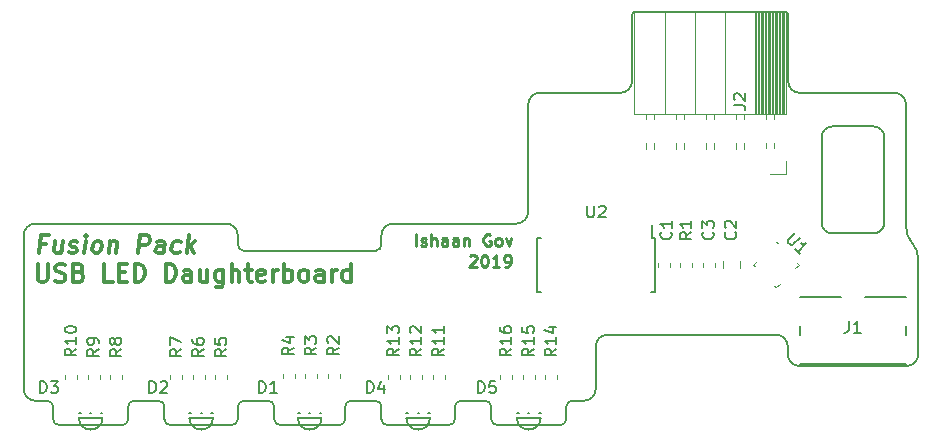
<source format=gbr>
%TF.GenerationSoftware,KiCad,Pcbnew,(5.0.0)*%
%TF.CreationDate,2019-04-02T12:12:56-04:00*%
%TF.ProjectId,Fusion USB Daughter Board,467573696F6E20555342204461756768,rev?*%
%TF.SameCoordinates,Original*%
%TF.FileFunction,Legend,Top*%
%TF.FilePolarity,Positive*%
%FSLAX46Y46*%
G04 Gerber Fmt 4.6, Leading zero omitted, Abs format (unit mm)*
G04 Created by KiCad (PCBNEW (5.0.0)) date 04/02/19 12:12:57*
%MOMM*%
%LPD*%
G01*
G04 APERTURE LIST*
%ADD10C,0.254000*%
%ADD11C,0.300000*%
%ADD12C,0.200000*%
%ADD13C,0.203200*%
%ADD14C,0.120000*%
%ADD15C,0.152400*%
%ADD16C,0.150000*%
G04 APERTURE END LIST*
D10*
X137257138Y-119222619D02*
X137257138Y-118206619D01*
X137692566Y-119174238D02*
X137789328Y-119222619D01*
X137982852Y-119222619D01*
X138079614Y-119174238D01*
X138127995Y-119077476D01*
X138127995Y-119029095D01*
X138079614Y-118932333D01*
X137982852Y-118883952D01*
X137837709Y-118883952D01*
X137740947Y-118835571D01*
X137692566Y-118738809D01*
X137692566Y-118690428D01*
X137740947Y-118593666D01*
X137837709Y-118545285D01*
X137982852Y-118545285D01*
X138079614Y-118593666D01*
X138563423Y-119222619D02*
X138563423Y-118206619D01*
X138998852Y-119222619D02*
X138998852Y-118690428D01*
X138950471Y-118593666D01*
X138853709Y-118545285D01*
X138708566Y-118545285D01*
X138611804Y-118593666D01*
X138563423Y-118642047D01*
X139918090Y-119222619D02*
X139918090Y-118690428D01*
X139869709Y-118593666D01*
X139772947Y-118545285D01*
X139579423Y-118545285D01*
X139482661Y-118593666D01*
X139918090Y-119174238D02*
X139821328Y-119222619D01*
X139579423Y-119222619D01*
X139482661Y-119174238D01*
X139434280Y-119077476D01*
X139434280Y-118980714D01*
X139482661Y-118883952D01*
X139579423Y-118835571D01*
X139821328Y-118835571D01*
X139918090Y-118787190D01*
X140837328Y-119222619D02*
X140837328Y-118690428D01*
X140788947Y-118593666D01*
X140692185Y-118545285D01*
X140498661Y-118545285D01*
X140401900Y-118593666D01*
X140837328Y-119174238D02*
X140740566Y-119222619D01*
X140498661Y-119222619D01*
X140401900Y-119174238D01*
X140353519Y-119077476D01*
X140353519Y-118980714D01*
X140401900Y-118883952D01*
X140498661Y-118835571D01*
X140740566Y-118835571D01*
X140837328Y-118787190D01*
X141321138Y-118545285D02*
X141321138Y-119222619D01*
X141321138Y-118642047D02*
X141369519Y-118593666D01*
X141466280Y-118545285D01*
X141611423Y-118545285D01*
X141708185Y-118593666D01*
X141756566Y-118690428D01*
X141756566Y-119222619D01*
X143546661Y-118255000D02*
X143449900Y-118206619D01*
X143304757Y-118206619D01*
X143159614Y-118255000D01*
X143062852Y-118351761D01*
X143014471Y-118448523D01*
X142966090Y-118642047D01*
X142966090Y-118787190D01*
X143014471Y-118980714D01*
X143062852Y-119077476D01*
X143159614Y-119174238D01*
X143304757Y-119222619D01*
X143401519Y-119222619D01*
X143546661Y-119174238D01*
X143595042Y-119125857D01*
X143595042Y-118787190D01*
X143401519Y-118787190D01*
X144175614Y-119222619D02*
X144078852Y-119174238D01*
X144030471Y-119125857D01*
X143982090Y-119029095D01*
X143982090Y-118738809D01*
X144030471Y-118642047D01*
X144078852Y-118593666D01*
X144175614Y-118545285D01*
X144320757Y-118545285D01*
X144417519Y-118593666D01*
X144465900Y-118642047D01*
X144514280Y-118738809D01*
X144514280Y-119029095D01*
X144465900Y-119125857D01*
X144417519Y-119174238D01*
X144320757Y-119222619D01*
X144175614Y-119222619D01*
X144852947Y-118545285D02*
X145094852Y-119222619D01*
X145336757Y-118545285D01*
X141804947Y-120081380D02*
X141853328Y-120033000D01*
X141950090Y-119984619D01*
X142191995Y-119984619D01*
X142288757Y-120033000D01*
X142337138Y-120081380D01*
X142385519Y-120178142D01*
X142385519Y-120274904D01*
X142337138Y-120420047D01*
X141756566Y-121000619D01*
X142385519Y-121000619D01*
X143014471Y-119984619D02*
X143111233Y-119984619D01*
X143207995Y-120033000D01*
X143256376Y-120081380D01*
X143304757Y-120178142D01*
X143353138Y-120371666D01*
X143353138Y-120613571D01*
X143304757Y-120807095D01*
X143256376Y-120903857D01*
X143207995Y-120952238D01*
X143111233Y-121000619D01*
X143014471Y-121000619D01*
X142917709Y-120952238D01*
X142869328Y-120903857D01*
X142820947Y-120807095D01*
X142772566Y-120613571D01*
X142772566Y-120371666D01*
X142820947Y-120178142D01*
X142869328Y-120081380D01*
X142917709Y-120033000D01*
X143014471Y-119984619D01*
X144320757Y-121000619D02*
X143740185Y-121000619D01*
X144030471Y-121000619D02*
X144030471Y-119984619D01*
X143933709Y-120129761D01*
X143836947Y-120226523D01*
X143740185Y-120274904D01*
X144804566Y-121000619D02*
X144998090Y-121000619D01*
X145094852Y-120952238D01*
X145143233Y-120903857D01*
X145239995Y-120758714D01*
X145288376Y-120565190D01*
X145288376Y-120178142D01*
X145239995Y-120081380D01*
X145191614Y-120033000D01*
X145094852Y-119984619D01*
X144901328Y-119984619D01*
X144804566Y-120033000D01*
X144756185Y-120081380D01*
X144707804Y-120178142D01*
X144707804Y-120420047D01*
X144756185Y-120516809D01*
X144804566Y-120565190D01*
X144901328Y-120613571D01*
X145094852Y-120613571D01*
X145191614Y-120565190D01*
X145239995Y-120516809D01*
X145288376Y-120420047D01*
D11*
X105898428Y-119036857D02*
X105398428Y-119036857D01*
X105300214Y-119822571D02*
X105487714Y-118322571D01*
X106202000Y-118322571D01*
X107353785Y-118822571D02*
X107228785Y-119822571D01*
X106710928Y-118822571D02*
X106612714Y-119608285D01*
X106666285Y-119751142D01*
X106800214Y-119822571D01*
X107014500Y-119822571D01*
X107166285Y-119751142D01*
X107246642Y-119679714D01*
X107880571Y-119751142D02*
X108014500Y-119822571D01*
X108300214Y-119822571D01*
X108452000Y-119751142D01*
X108541285Y-119608285D01*
X108550214Y-119536857D01*
X108496642Y-119394000D01*
X108362714Y-119322571D01*
X108148428Y-119322571D01*
X108014500Y-119251142D01*
X107960928Y-119108285D01*
X107969857Y-119036857D01*
X108059142Y-118894000D01*
X108210928Y-118822571D01*
X108425214Y-118822571D01*
X108559142Y-118894000D01*
X109157357Y-119822571D02*
X109282357Y-118822571D01*
X109344857Y-118322571D02*
X109264500Y-118394000D01*
X109327000Y-118465428D01*
X109407357Y-118394000D01*
X109344857Y-118322571D01*
X109327000Y-118465428D01*
X110085928Y-119822571D02*
X109952000Y-119751142D01*
X109889500Y-119679714D01*
X109835928Y-119536857D01*
X109889500Y-119108285D01*
X109978785Y-118965428D01*
X110059142Y-118894000D01*
X110210928Y-118822571D01*
X110425214Y-118822571D01*
X110559142Y-118894000D01*
X110621642Y-118965428D01*
X110675214Y-119108285D01*
X110621642Y-119536857D01*
X110532357Y-119679714D01*
X110452000Y-119751142D01*
X110300214Y-119822571D01*
X110085928Y-119822571D01*
X111353785Y-118822571D02*
X111228785Y-119822571D01*
X111335928Y-118965428D02*
X111416285Y-118894000D01*
X111568071Y-118822571D01*
X111782357Y-118822571D01*
X111916285Y-118894000D01*
X111969857Y-119036857D01*
X111871642Y-119822571D01*
X113728785Y-119822571D02*
X113916285Y-118322571D01*
X114487714Y-118322571D01*
X114621642Y-118394000D01*
X114684142Y-118465428D01*
X114737714Y-118608285D01*
X114710928Y-118822571D01*
X114621642Y-118965428D01*
X114541285Y-119036857D01*
X114389500Y-119108285D01*
X113818071Y-119108285D01*
X115871642Y-119822571D02*
X115969857Y-119036857D01*
X115916285Y-118894000D01*
X115782357Y-118822571D01*
X115496642Y-118822571D01*
X115344857Y-118894000D01*
X115880571Y-119751142D02*
X115728785Y-119822571D01*
X115371642Y-119822571D01*
X115237714Y-119751142D01*
X115184142Y-119608285D01*
X115202000Y-119465428D01*
X115291285Y-119322571D01*
X115443071Y-119251142D01*
X115800214Y-119251142D01*
X115952000Y-119179714D01*
X117237714Y-119751142D02*
X117085928Y-119822571D01*
X116800214Y-119822571D01*
X116666285Y-119751142D01*
X116603785Y-119679714D01*
X116550214Y-119536857D01*
X116603785Y-119108285D01*
X116693071Y-118965428D01*
X116773428Y-118894000D01*
X116925214Y-118822571D01*
X117210928Y-118822571D01*
X117344857Y-118894000D01*
X117871642Y-119822571D02*
X118059142Y-118322571D01*
X118085928Y-119251142D02*
X118443071Y-119822571D01*
X118568071Y-118822571D02*
X117925214Y-119394000D01*
X105218999Y-120735571D02*
X105218999Y-121949857D01*
X105290428Y-122092714D01*
X105361857Y-122164142D01*
X105504714Y-122235571D01*
X105790428Y-122235571D01*
X105933285Y-122164142D01*
X106004714Y-122092714D01*
X106076142Y-121949857D01*
X106076142Y-120735571D01*
X106718999Y-122164142D02*
X106933285Y-122235571D01*
X107290428Y-122235571D01*
X107433285Y-122164142D01*
X107504714Y-122092714D01*
X107576142Y-121949857D01*
X107576142Y-121807000D01*
X107504714Y-121664142D01*
X107433285Y-121592714D01*
X107290428Y-121521285D01*
X107004714Y-121449857D01*
X106861857Y-121378428D01*
X106790428Y-121307000D01*
X106718999Y-121164142D01*
X106718999Y-121021285D01*
X106790428Y-120878428D01*
X106861857Y-120807000D01*
X107004714Y-120735571D01*
X107361857Y-120735571D01*
X107576142Y-120807000D01*
X108718999Y-121449857D02*
X108933285Y-121521285D01*
X109004714Y-121592714D01*
X109076142Y-121735571D01*
X109076142Y-121949857D01*
X109004714Y-122092714D01*
X108933285Y-122164142D01*
X108790428Y-122235571D01*
X108218999Y-122235571D01*
X108218999Y-120735571D01*
X108718999Y-120735571D01*
X108861857Y-120807000D01*
X108933285Y-120878428D01*
X109004714Y-121021285D01*
X109004714Y-121164142D01*
X108933285Y-121307000D01*
X108861857Y-121378428D01*
X108718999Y-121449857D01*
X108218999Y-121449857D01*
X111576142Y-122235571D02*
X110861857Y-122235571D01*
X110861857Y-120735571D01*
X112076142Y-121449857D02*
X112576142Y-121449857D01*
X112790428Y-122235571D02*
X112076142Y-122235571D01*
X112076142Y-120735571D01*
X112790428Y-120735571D01*
X113433285Y-122235571D02*
X113433285Y-120735571D01*
X113790428Y-120735571D01*
X114004714Y-120807000D01*
X114147571Y-120949857D01*
X114218999Y-121092714D01*
X114290428Y-121378428D01*
X114290428Y-121592714D01*
X114218999Y-121878428D01*
X114147571Y-122021285D01*
X114004714Y-122164142D01*
X113790428Y-122235571D01*
X113433285Y-122235571D01*
X116076142Y-122235571D02*
X116076142Y-120735571D01*
X116433285Y-120735571D01*
X116647571Y-120807000D01*
X116790428Y-120949857D01*
X116861857Y-121092714D01*
X116933285Y-121378428D01*
X116933285Y-121592714D01*
X116861857Y-121878428D01*
X116790428Y-122021285D01*
X116647571Y-122164142D01*
X116433285Y-122235571D01*
X116076142Y-122235571D01*
X118218999Y-122235571D02*
X118218999Y-121449857D01*
X118147571Y-121307000D01*
X118004714Y-121235571D01*
X117718999Y-121235571D01*
X117576142Y-121307000D01*
X118218999Y-122164142D02*
X118076142Y-122235571D01*
X117718999Y-122235571D01*
X117576142Y-122164142D01*
X117504714Y-122021285D01*
X117504714Y-121878428D01*
X117576142Y-121735571D01*
X117718999Y-121664142D01*
X118076142Y-121664142D01*
X118218999Y-121592714D01*
X119576142Y-121235571D02*
X119576142Y-122235571D01*
X118933285Y-121235571D02*
X118933285Y-122021285D01*
X119004714Y-122164142D01*
X119147571Y-122235571D01*
X119361857Y-122235571D01*
X119504714Y-122164142D01*
X119576142Y-122092714D01*
X120933285Y-121235571D02*
X120933285Y-122449857D01*
X120861857Y-122592714D01*
X120790428Y-122664142D01*
X120647571Y-122735571D01*
X120433285Y-122735571D01*
X120290428Y-122664142D01*
X120933285Y-122164142D02*
X120790428Y-122235571D01*
X120504714Y-122235571D01*
X120361857Y-122164142D01*
X120290428Y-122092714D01*
X120218999Y-121949857D01*
X120218999Y-121521285D01*
X120290428Y-121378428D01*
X120361857Y-121307000D01*
X120504714Y-121235571D01*
X120790428Y-121235571D01*
X120933285Y-121307000D01*
X121647571Y-122235571D02*
X121647571Y-120735571D01*
X122290428Y-122235571D02*
X122290428Y-121449857D01*
X122218999Y-121307000D01*
X122076142Y-121235571D01*
X121861857Y-121235571D01*
X121718999Y-121307000D01*
X121647571Y-121378428D01*
X122790428Y-121235571D02*
X123361857Y-121235571D01*
X123004714Y-120735571D02*
X123004714Y-122021285D01*
X123076142Y-122164142D01*
X123218999Y-122235571D01*
X123361857Y-122235571D01*
X124433285Y-122164142D02*
X124290428Y-122235571D01*
X124004714Y-122235571D01*
X123861857Y-122164142D01*
X123790428Y-122021285D01*
X123790428Y-121449857D01*
X123861857Y-121307000D01*
X124004714Y-121235571D01*
X124290428Y-121235571D01*
X124433285Y-121307000D01*
X124504714Y-121449857D01*
X124504714Y-121592714D01*
X123790428Y-121735571D01*
X125147571Y-122235571D02*
X125147571Y-121235571D01*
X125147571Y-121521285D02*
X125218999Y-121378428D01*
X125290428Y-121307000D01*
X125433285Y-121235571D01*
X125576142Y-121235571D01*
X126076142Y-122235571D02*
X126076142Y-120735571D01*
X126076142Y-121307000D02*
X126218999Y-121235571D01*
X126504714Y-121235571D01*
X126647571Y-121307000D01*
X126718999Y-121378428D01*
X126790428Y-121521285D01*
X126790428Y-121949857D01*
X126718999Y-122092714D01*
X126647571Y-122164142D01*
X126504714Y-122235571D01*
X126218999Y-122235571D01*
X126076142Y-122164142D01*
X127647571Y-122235571D02*
X127504714Y-122164142D01*
X127433285Y-122092714D01*
X127361857Y-121949857D01*
X127361857Y-121521285D01*
X127433285Y-121378428D01*
X127504714Y-121307000D01*
X127647571Y-121235571D01*
X127861857Y-121235571D01*
X128004714Y-121307000D01*
X128076142Y-121378428D01*
X128147571Y-121521285D01*
X128147571Y-121949857D01*
X128076142Y-122092714D01*
X128004714Y-122164142D01*
X127861857Y-122235571D01*
X127647571Y-122235571D01*
X129433285Y-122235571D02*
X129433285Y-121449857D01*
X129361857Y-121307000D01*
X129219000Y-121235571D01*
X128933285Y-121235571D01*
X128790428Y-121307000D01*
X129433285Y-122164142D02*
X129290428Y-122235571D01*
X128933285Y-122235571D01*
X128790428Y-122164142D01*
X128719000Y-122021285D01*
X128719000Y-121878428D01*
X128790428Y-121735571D01*
X128933285Y-121664142D01*
X129290428Y-121664142D01*
X129433285Y-121592714D01*
X130147571Y-122235571D02*
X130147571Y-121235571D01*
X130147571Y-121521285D02*
X130219000Y-121378428D01*
X130290428Y-121307000D01*
X130433285Y-121235571D01*
X130576142Y-121235571D01*
X131719000Y-122235571D02*
X131719000Y-120735571D01*
X131719000Y-122164142D02*
X131576142Y-122235571D01*
X131290428Y-122235571D01*
X131147571Y-122164142D01*
X131076142Y-122092714D01*
X131004714Y-121949857D01*
X131004714Y-121521285D01*
X131076142Y-121378428D01*
X131147571Y-121307000D01*
X131290428Y-121235571D01*
X131576142Y-121235571D01*
X131719000Y-121307000D01*
D12*
X176900000Y-117250000D02*
G75*
G02X176000000Y-118150000I-900000J0D01*
G01*
X176900000Y-110000000D02*
X176900000Y-117250000D01*
X140544594Y-133887594D02*
X140544594Y-132824523D01*
X149969740Y-132824523D02*
G75*
G02X150469740Y-132324523I500000J0D01*
G01*
X144118853Y-134387594D02*
X149469740Y-134387594D01*
X144118853Y-134387594D02*
G75*
G02X143618853Y-133887594I0J500000D01*
G01*
X141044594Y-132324523D02*
X143118853Y-132324523D01*
X149969740Y-133887594D02*
X149969740Y-132824523D01*
X149969740Y-133887594D02*
G75*
G02X149469740Y-134387594I-500000J0D01*
G01*
X143618853Y-132824523D02*
X143618853Y-133887594D01*
X150469740Y-132324523D02*
X151469740Y-132324523D01*
X140544594Y-132824523D02*
G75*
G02X141044594Y-132324523I500000J0D01*
G01*
X143118853Y-132324523D02*
G75*
G02X143618853Y-132824523I0J-500000D01*
G01*
X152469740Y-127732704D02*
G75*
G02X153469740Y-126732704I1000000J0D01*
G01*
X168725000Y-127732704D02*
X168725000Y-128387594D01*
X167725000Y-126732704D02*
G75*
G02X168725000Y-127732704I0J-1000000D01*
G01*
X152469740Y-131324523D02*
G75*
G02X151469740Y-132324523I-1000000J0D01*
G01*
X179262500Y-118976457D02*
G75*
G02X179775000Y-120313373I-1487500J-1336916D01*
G01*
X179775000Y-128387594D02*
G75*
G02X178775000Y-129387594I-1000000J0D01*
G01*
X152469740Y-131324523D02*
X152469740Y-127732704D01*
X169725000Y-129387594D02*
X178775000Y-129387594D01*
X169725000Y-129387594D02*
G75*
G02X168725000Y-128387594I0J1000000D01*
G01*
X179775000Y-128387594D02*
X179775000Y-120313373D01*
X153469740Y-126732704D02*
X167725000Y-126732704D01*
X106030260Y-132324523D02*
G75*
G02X106530260Y-132824523I0J-500000D01*
G01*
X107030260Y-134387594D02*
G75*
G02X106530260Y-133887594I0J500000D01*
G01*
X106530260Y-132824523D02*
X106530260Y-133887594D01*
X105030260Y-132324523D02*
G75*
G02X104030260Y-131324523I0J1000000D01*
G01*
X104030260Y-118324523D02*
X104030260Y-131324523D01*
X104030260Y-118324523D02*
G75*
G02X105030260Y-117324523I1000000J0D01*
G01*
X112881146Y-132824523D02*
G75*
G02X113381146Y-132324523I500000J0D01*
G01*
X112881146Y-133887594D02*
X112881146Y-132824523D01*
X112881146Y-133887594D02*
G75*
G02X112381146Y-134387594I-500000J0D01*
G01*
X107030260Y-134387594D02*
X112381146Y-134387594D01*
X105030260Y-132324523D02*
X106030260Y-132324523D01*
X134329698Y-132824523D02*
X134329698Y-133887594D01*
X131252713Y-133887594D02*
G75*
G02X130752713Y-134387594I-500000J0D01*
G01*
X125747287Y-134387594D02*
X130752713Y-134387594D01*
X125747287Y-134387594D02*
G75*
G02X125247287Y-133887594I0J500000D01*
G01*
X140544594Y-133887594D02*
G75*
G02X140044594Y-134387594I-500000J0D01*
G01*
X133829698Y-132324523D02*
G75*
G02X134329698Y-132824523I0J-500000D01*
G01*
X134829698Y-134387594D02*
X140044594Y-134387594D01*
X134829698Y-134387594D02*
G75*
G02X134329698Y-133887594I0J500000D01*
G01*
X131252713Y-133887594D02*
X131252713Y-132824523D01*
X131752713Y-132324523D02*
X133829698Y-132324523D01*
X131252713Y-132824523D02*
G75*
G02X131752713Y-132324523I500000J0D01*
G01*
X168750000Y-105250000D02*
X168750000Y-99635787D01*
X177750000Y-106250000D02*
X169750000Y-106250000D01*
X178750000Y-117639541D02*
X178750000Y-107250000D01*
X177750000Y-106250000D02*
G75*
G02X178750000Y-107250000I0J-1000000D01*
G01*
X179262500Y-118976457D02*
G75*
G02X178750000Y-117639541I1487500J1336916D01*
G01*
X169750000Y-106250000D02*
G75*
G02X168750000Y-105250000I0J1000000D01*
G01*
X134329698Y-118324523D02*
G75*
G02X135329698Y-117324523I1000000J0D01*
G01*
X146750000Y-116324523D02*
G75*
G02X145750000Y-117324523I-1000000J0D01*
G01*
X146750000Y-107250000D02*
X146750000Y-116324523D01*
X155550000Y-105250000D02*
G75*
G02X154550000Y-106250000I-1000000J0D01*
G01*
X168500000Y-99385787D02*
X155800000Y-99385787D01*
X171600000Y-117250000D02*
X171600000Y-110000000D01*
X155550000Y-99635787D02*
X155550000Y-105250000D01*
X155550000Y-99635787D02*
G75*
G02X155800000Y-99385787I250000J0D01*
G01*
X172500000Y-109100000D02*
X176000000Y-109100000D01*
X171600000Y-110000000D02*
G75*
G02X172500000Y-109100000I900000J0D01*
G01*
X172500000Y-118150000D02*
G75*
G02X171600000Y-117250000I0J900000D01*
G01*
X146750000Y-107250000D02*
G75*
G02X147750000Y-106250000I1000000J0D01*
G01*
X134329698Y-119120333D02*
G75*
G02X133829698Y-119620333I-500000J0D01*
G01*
X122170301Y-119120333D02*
X122170301Y-118324523D01*
X145750000Y-117324523D02*
X135329698Y-117324523D01*
X134329698Y-118324523D02*
X134329698Y-119120333D01*
X168500000Y-99385787D02*
G75*
G02X168750000Y-99635787I0J-250000D01*
G01*
X176000000Y-118150000D02*
X172500000Y-118150000D01*
X154550000Y-106250000D02*
X147750000Y-106250000D01*
X121170301Y-117324523D02*
X105030260Y-117324523D01*
X121170301Y-117324523D02*
G75*
G02X122170301Y-118324523I0J-1000000D01*
G01*
X122670301Y-119620333D02*
G75*
G02X122170301Y-119120333I0J500000D01*
G01*
X133829698Y-119620333D02*
X122670301Y-119620333D01*
X113381146Y-132324523D02*
X115455406Y-132324523D01*
X124747287Y-132324523D02*
G75*
G02X125247287Y-132824523I0J-500000D01*
G01*
X122670301Y-132324523D02*
X124747287Y-132324523D01*
X122170301Y-133887594D02*
G75*
G02X121670301Y-134387594I-500000J0D01*
G01*
X115955406Y-132824523D02*
X115955406Y-133887594D01*
X116455406Y-134387594D02*
X121670301Y-134387594D01*
X125247287Y-132824523D02*
X125247287Y-133887594D01*
X122170301Y-132824523D02*
G75*
G02X122670301Y-132324523I500000J0D01*
G01*
X122170301Y-133887594D02*
X122170301Y-132824523D01*
X116455406Y-134387594D02*
G75*
G02X115955406Y-133887594I0J500000D01*
G01*
X115455406Y-132324523D02*
G75*
G02X115955406Y-132824523I0J-500000D01*
G01*
X176000000Y-109100000D02*
G75*
G02X176900000Y-110000000I0J-900000D01*
G01*
D13*
X178750000Y-129250000D02*
X169750000Y-129250000D01*
X178750000Y-126750000D02*
X178750000Y-126000000D01*
X169750000Y-126750000D02*
X169750000Y-126000000D01*
X169750000Y-123500000D02*
X173250000Y-123500000D01*
X175250000Y-123500000D02*
X178750000Y-123500000D01*
D14*
X158730000Y-120966267D02*
X158730000Y-120623733D01*
X157710000Y-120966267D02*
X157710000Y-120623733D01*
X164645000Y-121056252D02*
X164645000Y-120533748D01*
X163225000Y-121056252D02*
X163225000Y-120533748D01*
X162540000Y-120966267D02*
X162540000Y-120623733D01*
X161520000Y-120966267D02*
X161520000Y-120623733D01*
D15*
X129250000Y-133767000D02*
G75*
G02X127250000Y-133767000I-1000000J0D01*
G01*
X129250000Y-133767000D02*
X127250000Y-133767000D01*
X129100000Y-133367000D02*
X129250000Y-133367000D01*
X128200000Y-133367000D02*
X128300000Y-133367000D01*
X127250000Y-133367000D02*
X127400000Y-133367000D01*
X120063000Y-133767000D02*
G75*
G02X118063000Y-133767000I-1000000J0D01*
G01*
X120063000Y-133767000D02*
X118063000Y-133767000D01*
X119913000Y-133367000D02*
X120063000Y-133367000D01*
X119013000Y-133367000D02*
X119113000Y-133367000D01*
X118063000Y-133367000D02*
X118213000Y-133367000D01*
X110706000Y-133767000D02*
G75*
G02X108706000Y-133767000I-1000000J0D01*
G01*
X110706000Y-133767000D02*
X108706000Y-133767000D01*
X110556000Y-133367000D02*
X110706000Y-133367000D01*
X109656000Y-133367000D02*
X109756000Y-133367000D01*
X108706000Y-133367000D02*
X108856000Y-133367000D01*
X138437000Y-133767000D02*
G75*
G02X136437000Y-133767000I-1000000J0D01*
G01*
X138437000Y-133767000D02*
X136437000Y-133767000D01*
X138287000Y-133367000D02*
X138437000Y-133367000D01*
X137387000Y-133367000D02*
X137487000Y-133367000D01*
X136437000Y-133367000D02*
X136587000Y-133367000D01*
X147794000Y-133767000D02*
G75*
G02X145794000Y-133767000I-1000000J0D01*
G01*
X147794000Y-133767000D02*
X145794000Y-133767000D01*
X147644000Y-133367000D02*
X147794000Y-133367000D01*
X146744000Y-133367000D02*
X146844000Y-133367000D01*
X145794000Y-133367000D02*
X145944000Y-133367000D01*
D14*
X168560000Y-112033000D02*
X168560000Y-113143000D01*
X168560000Y-113143000D02*
X167230000Y-113143000D01*
X168560000Y-99403000D02*
X155740000Y-99403000D01*
X155740000Y-99403000D02*
X155740000Y-108033000D01*
X168560000Y-108033000D02*
X155740000Y-108033000D01*
X168560000Y-99403000D02*
X168560000Y-108033000D01*
X158340000Y-99403000D02*
X158340000Y-108033000D01*
X160880000Y-99403000D02*
X160880000Y-108033000D01*
X163420000Y-99403000D02*
X163420000Y-108033000D01*
X165960000Y-99403000D02*
X165960000Y-108033000D01*
X156710000Y-110543000D02*
X156710000Y-110983000D01*
X156710000Y-108033000D02*
X156710000Y-108443000D01*
X157430000Y-110543000D02*
X157430000Y-110983000D01*
X157430000Y-108033000D02*
X157430000Y-108443000D01*
X159250000Y-110543000D02*
X159250000Y-110983000D01*
X159250000Y-108033000D02*
X159250000Y-108443000D01*
X159970000Y-110543000D02*
X159970000Y-110983000D01*
X159970000Y-108033000D02*
X159970000Y-108443000D01*
X161790000Y-110543000D02*
X161790000Y-110983000D01*
X161790000Y-108033000D02*
X161790000Y-108443000D01*
X162510000Y-110543000D02*
X162510000Y-110983000D01*
X162510000Y-108033000D02*
X162510000Y-108443000D01*
X164330000Y-110543000D02*
X164330000Y-110983000D01*
X164330000Y-108033000D02*
X164330000Y-108443000D01*
X165050000Y-110543000D02*
X165050000Y-110983000D01*
X165050000Y-108033000D02*
X165050000Y-108443000D01*
X166870000Y-110543000D02*
X166870000Y-110923000D01*
X166870000Y-108033000D02*
X166870000Y-108443000D01*
X167590000Y-110543000D02*
X167590000Y-110923000D01*
X167590000Y-108033000D02*
X167590000Y-108443000D01*
X166078100Y-99403000D02*
X166078100Y-108033000D01*
X166196195Y-99403000D02*
X166196195Y-108033000D01*
X166314290Y-99403000D02*
X166314290Y-108033000D01*
X166432385Y-99403000D02*
X166432385Y-108033000D01*
X166550480Y-99403000D02*
X166550480Y-108033000D01*
X166668575Y-99403000D02*
X166668575Y-108033000D01*
X166786670Y-99403000D02*
X166786670Y-108033000D01*
X166904765Y-99403000D02*
X166904765Y-108033000D01*
X167022860Y-99403000D02*
X167022860Y-108033000D01*
X167140955Y-99403000D02*
X167140955Y-108033000D01*
X167259050Y-99403000D02*
X167259050Y-108033000D01*
X167377145Y-99403000D02*
X167377145Y-108033000D01*
X167495240Y-99403000D02*
X167495240Y-108033000D01*
X167613335Y-99403000D02*
X167613335Y-108033000D01*
X167731430Y-99403000D02*
X167731430Y-108033000D01*
X167849525Y-99403000D02*
X167849525Y-108033000D01*
X167967620Y-99403000D02*
X167967620Y-108033000D01*
X168085715Y-99403000D02*
X168085715Y-108033000D01*
X168203810Y-99403000D02*
X168203810Y-108033000D01*
X168321905Y-99403000D02*
X168321905Y-108033000D01*
X168440000Y-99403000D02*
X168440000Y-108033000D01*
X159615000Y-120623733D02*
X159615000Y-120966267D01*
X160635000Y-120623733D02*
X160635000Y-120966267D01*
X130790000Y-130421267D02*
X130790000Y-130078733D01*
X129770000Y-130421267D02*
X129770000Y-130078733D01*
X128885000Y-130421267D02*
X128885000Y-130078733D01*
X127865000Y-130421267D02*
X127865000Y-130078733D01*
X126980000Y-130421267D02*
X126980000Y-130078733D01*
X125960000Y-130421267D02*
X125960000Y-130078733D01*
X121265000Y-130491267D02*
X121265000Y-130148733D01*
X120245000Y-130491267D02*
X120245000Y-130148733D01*
X119360000Y-130491267D02*
X119360000Y-130148733D01*
X118340000Y-130491267D02*
X118340000Y-130148733D01*
X117455000Y-130491267D02*
X117455000Y-130148733D01*
X116435000Y-130491267D02*
X116435000Y-130148733D01*
X112375000Y-130491267D02*
X112375000Y-130148733D01*
X111355000Y-130491267D02*
X111355000Y-130148733D01*
X110470000Y-130491267D02*
X110470000Y-130148733D01*
X109450000Y-130491267D02*
X109450000Y-130148733D01*
X108565000Y-130491267D02*
X108565000Y-130148733D01*
X107545000Y-130491267D02*
X107545000Y-130148733D01*
X139680000Y-130491267D02*
X139680000Y-130148733D01*
X138660000Y-130491267D02*
X138660000Y-130148733D01*
X137775000Y-130491267D02*
X137775000Y-130148733D01*
X136755000Y-130491267D02*
X136755000Y-130148733D01*
X135870000Y-130491267D02*
X135870000Y-130148733D01*
X134850000Y-130491267D02*
X134850000Y-130148733D01*
X149205000Y-130491267D02*
X149205000Y-130148733D01*
X148185000Y-130491267D02*
X148185000Y-130148733D01*
X147300000Y-130491267D02*
X147300000Y-130148733D01*
X146280000Y-130491267D02*
X146280000Y-130148733D01*
X145395000Y-130491267D02*
X145395000Y-130148733D01*
X144375000Y-130491267D02*
X144375000Y-130148733D01*
X169682473Y-120795000D02*
X169357203Y-121120269D01*
X169533980Y-120646508D02*
X169682473Y-120795000D01*
X165956020Y-120943492D02*
X165807527Y-120795000D01*
X165807527Y-120795000D02*
X166132797Y-120469731D01*
X167745000Y-122732473D02*
X168070269Y-122407203D01*
X167596508Y-122583980D02*
X167745000Y-122732473D01*
X167893492Y-119006020D02*
X167745000Y-118857527D01*
D16*
X157255000Y-118505000D02*
X157255000Y-117430000D01*
X147530000Y-118505000D02*
X147530000Y-123155000D01*
X157480000Y-118505000D02*
X157480000Y-123155000D01*
X147530000Y-118505000D02*
X147855000Y-118505000D01*
X147530000Y-123155000D02*
X147855000Y-123155000D01*
X157480000Y-123155000D02*
X157155000Y-123155000D01*
X157480000Y-118505000D02*
X157255000Y-118505000D01*
X173888666Y-125581380D02*
X173888666Y-126295666D01*
X173841047Y-126438523D01*
X173745809Y-126533761D01*
X173602952Y-126581380D01*
X173507714Y-126581380D01*
X174888666Y-126581380D02*
X174317238Y-126581380D01*
X174602952Y-126581380D02*
X174602952Y-125581380D01*
X174507714Y-125724238D01*
X174412476Y-125819476D01*
X174317238Y-125867095D01*
X158831142Y-118040666D02*
X158878761Y-118088285D01*
X158926380Y-118231142D01*
X158926380Y-118326380D01*
X158878761Y-118469238D01*
X158783523Y-118564476D01*
X158688285Y-118612095D01*
X158497809Y-118659714D01*
X158354952Y-118659714D01*
X158164476Y-118612095D01*
X158069238Y-118564476D01*
X157974000Y-118469238D01*
X157926380Y-118326380D01*
X157926380Y-118231142D01*
X157974000Y-118088285D01*
X158021619Y-118040666D01*
X158926380Y-117088285D02*
X158926380Y-117659714D01*
X158926380Y-117374000D02*
X157926380Y-117374000D01*
X158069238Y-117469238D01*
X158164476Y-117564476D01*
X158212095Y-117659714D01*
X164292142Y-118040666D02*
X164339761Y-118088285D01*
X164387380Y-118231142D01*
X164387380Y-118326380D01*
X164339761Y-118469238D01*
X164244523Y-118564476D01*
X164149285Y-118612095D01*
X163958809Y-118659714D01*
X163815952Y-118659714D01*
X163625476Y-118612095D01*
X163530238Y-118564476D01*
X163435000Y-118469238D01*
X163387380Y-118326380D01*
X163387380Y-118231142D01*
X163435000Y-118088285D01*
X163482619Y-118040666D01*
X163482619Y-117659714D02*
X163435000Y-117612095D01*
X163387380Y-117516857D01*
X163387380Y-117278761D01*
X163435000Y-117183523D01*
X163482619Y-117135904D01*
X163577857Y-117088285D01*
X163673095Y-117088285D01*
X163815952Y-117135904D01*
X164387380Y-117707333D01*
X164387380Y-117088285D01*
X162387142Y-118040666D02*
X162434761Y-118088285D01*
X162482380Y-118231142D01*
X162482380Y-118326380D01*
X162434761Y-118469238D01*
X162339523Y-118564476D01*
X162244285Y-118612095D01*
X162053809Y-118659714D01*
X161910952Y-118659714D01*
X161720476Y-118612095D01*
X161625238Y-118564476D01*
X161530000Y-118469238D01*
X161482380Y-118326380D01*
X161482380Y-118231142D01*
X161530000Y-118088285D01*
X161577619Y-118040666D01*
X161482380Y-117707333D02*
X161482380Y-117088285D01*
X161863333Y-117421619D01*
X161863333Y-117278761D01*
X161910952Y-117183523D01*
X161958571Y-117135904D01*
X162053809Y-117088285D01*
X162291904Y-117088285D01*
X162387142Y-117135904D01*
X162434761Y-117183523D01*
X162482380Y-117278761D01*
X162482380Y-117564476D01*
X162434761Y-117659714D01*
X162387142Y-117707333D01*
X123953904Y-131661380D02*
X123953904Y-130661380D01*
X124192000Y-130661380D01*
X124334857Y-130709000D01*
X124430095Y-130804238D01*
X124477714Y-130899476D01*
X124525333Y-131089952D01*
X124525333Y-131232809D01*
X124477714Y-131423285D01*
X124430095Y-131518523D01*
X124334857Y-131613761D01*
X124192000Y-131661380D01*
X123953904Y-131661380D01*
X125477714Y-131661380D02*
X124906285Y-131661380D01*
X125192000Y-131661380D02*
X125192000Y-130661380D01*
X125096761Y-130804238D01*
X125001523Y-130899476D01*
X124906285Y-130947095D01*
X114682904Y-131661380D02*
X114682904Y-130661380D01*
X114921000Y-130661380D01*
X115063857Y-130709000D01*
X115159095Y-130804238D01*
X115206714Y-130899476D01*
X115254333Y-131089952D01*
X115254333Y-131232809D01*
X115206714Y-131423285D01*
X115159095Y-131518523D01*
X115063857Y-131613761D01*
X114921000Y-131661380D01*
X114682904Y-131661380D01*
X115635285Y-130756619D02*
X115682904Y-130709000D01*
X115778142Y-130661380D01*
X116016238Y-130661380D01*
X116111476Y-130709000D01*
X116159095Y-130756619D01*
X116206714Y-130851857D01*
X116206714Y-130947095D01*
X116159095Y-131089952D01*
X115587666Y-131661380D01*
X116206714Y-131661380D01*
X105411904Y-131661380D02*
X105411904Y-130661380D01*
X105650000Y-130661380D01*
X105792857Y-130709000D01*
X105888095Y-130804238D01*
X105935714Y-130899476D01*
X105983333Y-131089952D01*
X105983333Y-131232809D01*
X105935714Y-131423285D01*
X105888095Y-131518523D01*
X105792857Y-131613761D01*
X105650000Y-131661380D01*
X105411904Y-131661380D01*
X106316666Y-130661380D02*
X106935714Y-130661380D01*
X106602380Y-131042333D01*
X106745238Y-131042333D01*
X106840476Y-131089952D01*
X106888095Y-131137571D01*
X106935714Y-131232809D01*
X106935714Y-131470904D01*
X106888095Y-131566142D01*
X106840476Y-131613761D01*
X106745238Y-131661380D01*
X106459523Y-131661380D01*
X106364285Y-131613761D01*
X106316666Y-131566142D01*
X133097904Y-131661380D02*
X133097904Y-130661380D01*
X133336000Y-130661380D01*
X133478857Y-130709000D01*
X133574095Y-130804238D01*
X133621714Y-130899476D01*
X133669333Y-131089952D01*
X133669333Y-131232809D01*
X133621714Y-131423285D01*
X133574095Y-131518523D01*
X133478857Y-131613761D01*
X133336000Y-131661380D01*
X133097904Y-131661380D01*
X134526476Y-130994714D02*
X134526476Y-131661380D01*
X134288380Y-130613761D02*
X134050285Y-131328047D01*
X134669333Y-131328047D01*
X142495904Y-131661380D02*
X142495904Y-130661380D01*
X142734000Y-130661380D01*
X142876857Y-130709000D01*
X142972095Y-130804238D01*
X143019714Y-130899476D01*
X143067333Y-131089952D01*
X143067333Y-131232809D01*
X143019714Y-131423285D01*
X142972095Y-131518523D01*
X142876857Y-131613761D01*
X142734000Y-131661380D01*
X142495904Y-131661380D01*
X143972095Y-130661380D02*
X143495904Y-130661380D01*
X143448285Y-131137571D01*
X143495904Y-131089952D01*
X143591142Y-131042333D01*
X143829238Y-131042333D01*
X143924476Y-131089952D01*
X143972095Y-131137571D01*
X144019714Y-131232809D01*
X144019714Y-131470904D01*
X143972095Y-131566142D01*
X143924476Y-131613761D01*
X143829238Y-131661380D01*
X143591142Y-131661380D01*
X143495904Y-131613761D01*
X143448285Y-131566142D01*
X164149380Y-107285333D02*
X164863666Y-107285333D01*
X165006523Y-107332952D01*
X165101761Y-107428190D01*
X165149380Y-107571047D01*
X165149380Y-107666285D01*
X164244619Y-106856761D02*
X164197000Y-106809142D01*
X164149380Y-106713904D01*
X164149380Y-106475809D01*
X164197000Y-106380571D01*
X164244619Y-106332952D01*
X164339857Y-106285333D01*
X164435095Y-106285333D01*
X164577952Y-106332952D01*
X165149380Y-106904380D01*
X165149380Y-106285333D01*
X160577380Y-118040666D02*
X160101190Y-118374000D01*
X160577380Y-118612095D02*
X159577380Y-118612095D01*
X159577380Y-118231142D01*
X159625000Y-118135904D01*
X159672619Y-118088285D01*
X159767857Y-118040666D01*
X159910714Y-118040666D01*
X160005952Y-118088285D01*
X160053571Y-118135904D01*
X160101190Y-118231142D01*
X160101190Y-118612095D01*
X160577380Y-117088285D02*
X160577380Y-117659714D01*
X160577380Y-117374000D02*
X159577380Y-117374000D01*
X159720238Y-117469238D01*
X159815476Y-117564476D01*
X159863095Y-117659714D01*
X130732380Y-127819666D02*
X130256190Y-128153000D01*
X130732380Y-128391095D02*
X129732380Y-128391095D01*
X129732380Y-128010142D01*
X129780000Y-127914904D01*
X129827619Y-127867285D01*
X129922857Y-127819666D01*
X130065714Y-127819666D01*
X130160952Y-127867285D01*
X130208571Y-127914904D01*
X130256190Y-128010142D01*
X130256190Y-128391095D01*
X129827619Y-127438714D02*
X129780000Y-127391095D01*
X129732380Y-127295857D01*
X129732380Y-127057761D01*
X129780000Y-126962523D01*
X129827619Y-126914904D01*
X129922857Y-126867285D01*
X130018095Y-126867285D01*
X130160952Y-126914904D01*
X130732380Y-127486333D01*
X130732380Y-126867285D01*
X128827380Y-127819666D02*
X128351190Y-128153000D01*
X128827380Y-128391095D02*
X127827380Y-128391095D01*
X127827380Y-128010142D01*
X127875000Y-127914904D01*
X127922619Y-127867285D01*
X128017857Y-127819666D01*
X128160714Y-127819666D01*
X128255952Y-127867285D01*
X128303571Y-127914904D01*
X128351190Y-128010142D01*
X128351190Y-128391095D01*
X127827380Y-127486333D02*
X127827380Y-126867285D01*
X128208333Y-127200619D01*
X128208333Y-127057761D01*
X128255952Y-126962523D01*
X128303571Y-126914904D01*
X128398809Y-126867285D01*
X128636904Y-126867285D01*
X128732142Y-126914904D01*
X128779761Y-126962523D01*
X128827380Y-127057761D01*
X128827380Y-127343476D01*
X128779761Y-127438714D01*
X128732142Y-127486333D01*
X126922380Y-127819666D02*
X126446190Y-128153000D01*
X126922380Y-128391095D02*
X125922380Y-128391095D01*
X125922380Y-128010142D01*
X125970000Y-127914904D01*
X126017619Y-127867285D01*
X126112857Y-127819666D01*
X126255714Y-127819666D01*
X126350952Y-127867285D01*
X126398571Y-127914904D01*
X126446190Y-128010142D01*
X126446190Y-128391095D01*
X126255714Y-126962523D02*
X126922380Y-126962523D01*
X125874761Y-127200619D02*
X126589047Y-127438714D01*
X126589047Y-126819666D01*
X121207380Y-127946666D02*
X120731190Y-128280000D01*
X121207380Y-128518095D02*
X120207380Y-128518095D01*
X120207380Y-128137142D01*
X120255000Y-128041904D01*
X120302619Y-127994285D01*
X120397857Y-127946666D01*
X120540714Y-127946666D01*
X120635952Y-127994285D01*
X120683571Y-128041904D01*
X120731190Y-128137142D01*
X120731190Y-128518095D01*
X120207380Y-127041904D02*
X120207380Y-127518095D01*
X120683571Y-127565714D01*
X120635952Y-127518095D01*
X120588333Y-127422857D01*
X120588333Y-127184761D01*
X120635952Y-127089523D01*
X120683571Y-127041904D01*
X120778809Y-126994285D01*
X121016904Y-126994285D01*
X121112142Y-127041904D01*
X121159761Y-127089523D01*
X121207380Y-127184761D01*
X121207380Y-127422857D01*
X121159761Y-127518095D01*
X121112142Y-127565714D01*
X119302380Y-127946666D02*
X118826190Y-128280000D01*
X119302380Y-128518095D02*
X118302380Y-128518095D01*
X118302380Y-128137142D01*
X118350000Y-128041904D01*
X118397619Y-127994285D01*
X118492857Y-127946666D01*
X118635714Y-127946666D01*
X118730952Y-127994285D01*
X118778571Y-128041904D01*
X118826190Y-128137142D01*
X118826190Y-128518095D01*
X118302380Y-127089523D02*
X118302380Y-127280000D01*
X118350000Y-127375238D01*
X118397619Y-127422857D01*
X118540476Y-127518095D01*
X118730952Y-127565714D01*
X119111904Y-127565714D01*
X119207142Y-127518095D01*
X119254761Y-127470476D01*
X119302380Y-127375238D01*
X119302380Y-127184761D01*
X119254761Y-127089523D01*
X119207142Y-127041904D01*
X119111904Y-126994285D01*
X118873809Y-126994285D01*
X118778571Y-127041904D01*
X118730952Y-127089523D01*
X118683333Y-127184761D01*
X118683333Y-127375238D01*
X118730952Y-127470476D01*
X118778571Y-127518095D01*
X118873809Y-127565714D01*
X117397380Y-127946666D02*
X116921190Y-128280000D01*
X117397380Y-128518095D02*
X116397380Y-128518095D01*
X116397380Y-128137142D01*
X116445000Y-128041904D01*
X116492619Y-127994285D01*
X116587857Y-127946666D01*
X116730714Y-127946666D01*
X116825952Y-127994285D01*
X116873571Y-128041904D01*
X116921190Y-128137142D01*
X116921190Y-128518095D01*
X116397380Y-127613333D02*
X116397380Y-126946666D01*
X117397380Y-127375238D01*
X112317380Y-127946666D02*
X111841190Y-128280000D01*
X112317380Y-128518095D02*
X111317380Y-128518095D01*
X111317380Y-128137142D01*
X111365000Y-128041904D01*
X111412619Y-127994285D01*
X111507857Y-127946666D01*
X111650714Y-127946666D01*
X111745952Y-127994285D01*
X111793571Y-128041904D01*
X111841190Y-128137142D01*
X111841190Y-128518095D01*
X111745952Y-127375238D02*
X111698333Y-127470476D01*
X111650714Y-127518095D01*
X111555476Y-127565714D01*
X111507857Y-127565714D01*
X111412619Y-127518095D01*
X111365000Y-127470476D01*
X111317380Y-127375238D01*
X111317380Y-127184761D01*
X111365000Y-127089523D01*
X111412619Y-127041904D01*
X111507857Y-126994285D01*
X111555476Y-126994285D01*
X111650714Y-127041904D01*
X111698333Y-127089523D01*
X111745952Y-127184761D01*
X111745952Y-127375238D01*
X111793571Y-127470476D01*
X111841190Y-127518095D01*
X111936428Y-127565714D01*
X112126904Y-127565714D01*
X112222142Y-127518095D01*
X112269761Y-127470476D01*
X112317380Y-127375238D01*
X112317380Y-127184761D01*
X112269761Y-127089523D01*
X112222142Y-127041904D01*
X112126904Y-126994285D01*
X111936428Y-126994285D01*
X111841190Y-127041904D01*
X111793571Y-127089523D01*
X111745952Y-127184761D01*
X110412380Y-127946666D02*
X109936190Y-128280000D01*
X110412380Y-128518095D02*
X109412380Y-128518095D01*
X109412380Y-128137142D01*
X109460000Y-128041904D01*
X109507619Y-127994285D01*
X109602857Y-127946666D01*
X109745714Y-127946666D01*
X109840952Y-127994285D01*
X109888571Y-128041904D01*
X109936190Y-128137142D01*
X109936190Y-128518095D01*
X110412380Y-127470476D02*
X110412380Y-127280000D01*
X110364761Y-127184761D01*
X110317142Y-127137142D01*
X110174285Y-127041904D01*
X109983809Y-126994285D01*
X109602857Y-126994285D01*
X109507619Y-127041904D01*
X109460000Y-127089523D01*
X109412380Y-127184761D01*
X109412380Y-127375238D01*
X109460000Y-127470476D01*
X109507619Y-127518095D01*
X109602857Y-127565714D01*
X109840952Y-127565714D01*
X109936190Y-127518095D01*
X109983809Y-127470476D01*
X110031428Y-127375238D01*
X110031428Y-127184761D01*
X109983809Y-127089523D01*
X109936190Y-127041904D01*
X109840952Y-126994285D01*
X108507380Y-127914857D02*
X108031190Y-128248190D01*
X108507380Y-128486285D02*
X107507380Y-128486285D01*
X107507380Y-128105333D01*
X107555000Y-128010095D01*
X107602619Y-127962476D01*
X107697857Y-127914857D01*
X107840714Y-127914857D01*
X107935952Y-127962476D01*
X107983571Y-128010095D01*
X108031190Y-128105333D01*
X108031190Y-128486285D01*
X108507380Y-126962476D02*
X108507380Y-127533904D01*
X108507380Y-127248190D02*
X107507380Y-127248190D01*
X107650238Y-127343428D01*
X107745476Y-127438666D01*
X107793095Y-127533904D01*
X107507380Y-126343428D02*
X107507380Y-126248190D01*
X107555000Y-126152952D01*
X107602619Y-126105333D01*
X107697857Y-126057714D01*
X107888333Y-126010095D01*
X108126428Y-126010095D01*
X108316904Y-126057714D01*
X108412142Y-126105333D01*
X108459761Y-126152952D01*
X108507380Y-126248190D01*
X108507380Y-126343428D01*
X108459761Y-126438666D01*
X108412142Y-126486285D01*
X108316904Y-126533904D01*
X108126428Y-126581523D01*
X107888333Y-126581523D01*
X107697857Y-126533904D01*
X107602619Y-126486285D01*
X107555000Y-126438666D01*
X107507380Y-126343428D01*
X139622380Y-127914857D02*
X139146190Y-128248190D01*
X139622380Y-128486285D02*
X138622380Y-128486285D01*
X138622380Y-128105333D01*
X138670000Y-128010095D01*
X138717619Y-127962476D01*
X138812857Y-127914857D01*
X138955714Y-127914857D01*
X139050952Y-127962476D01*
X139098571Y-128010095D01*
X139146190Y-128105333D01*
X139146190Y-128486285D01*
X139622380Y-126962476D02*
X139622380Y-127533904D01*
X139622380Y-127248190D02*
X138622380Y-127248190D01*
X138765238Y-127343428D01*
X138860476Y-127438666D01*
X138908095Y-127533904D01*
X139622380Y-126010095D02*
X139622380Y-126581523D01*
X139622380Y-126295809D02*
X138622380Y-126295809D01*
X138765238Y-126391047D01*
X138860476Y-126486285D01*
X138908095Y-126581523D01*
X137717380Y-127914857D02*
X137241190Y-128248190D01*
X137717380Y-128486285D02*
X136717380Y-128486285D01*
X136717380Y-128105333D01*
X136765000Y-128010095D01*
X136812619Y-127962476D01*
X136907857Y-127914857D01*
X137050714Y-127914857D01*
X137145952Y-127962476D01*
X137193571Y-128010095D01*
X137241190Y-128105333D01*
X137241190Y-128486285D01*
X137717380Y-126962476D02*
X137717380Y-127533904D01*
X137717380Y-127248190D02*
X136717380Y-127248190D01*
X136860238Y-127343428D01*
X136955476Y-127438666D01*
X137003095Y-127533904D01*
X136812619Y-126581523D02*
X136765000Y-126533904D01*
X136717380Y-126438666D01*
X136717380Y-126200571D01*
X136765000Y-126105333D01*
X136812619Y-126057714D01*
X136907857Y-126010095D01*
X137003095Y-126010095D01*
X137145952Y-126057714D01*
X137717380Y-126629142D01*
X137717380Y-126010095D01*
X135812380Y-127914857D02*
X135336190Y-128248190D01*
X135812380Y-128486285D02*
X134812380Y-128486285D01*
X134812380Y-128105333D01*
X134860000Y-128010095D01*
X134907619Y-127962476D01*
X135002857Y-127914857D01*
X135145714Y-127914857D01*
X135240952Y-127962476D01*
X135288571Y-128010095D01*
X135336190Y-128105333D01*
X135336190Y-128486285D01*
X135812380Y-126962476D02*
X135812380Y-127533904D01*
X135812380Y-127248190D02*
X134812380Y-127248190D01*
X134955238Y-127343428D01*
X135050476Y-127438666D01*
X135098095Y-127533904D01*
X134812380Y-126629142D02*
X134812380Y-126010095D01*
X135193333Y-126343428D01*
X135193333Y-126200571D01*
X135240952Y-126105333D01*
X135288571Y-126057714D01*
X135383809Y-126010095D01*
X135621904Y-126010095D01*
X135717142Y-126057714D01*
X135764761Y-126105333D01*
X135812380Y-126200571D01*
X135812380Y-126486285D01*
X135764761Y-126581523D01*
X135717142Y-126629142D01*
X149147380Y-127914857D02*
X148671190Y-128248190D01*
X149147380Y-128486285D02*
X148147380Y-128486285D01*
X148147380Y-128105333D01*
X148195000Y-128010095D01*
X148242619Y-127962476D01*
X148337857Y-127914857D01*
X148480714Y-127914857D01*
X148575952Y-127962476D01*
X148623571Y-128010095D01*
X148671190Y-128105333D01*
X148671190Y-128486285D01*
X149147380Y-126962476D02*
X149147380Y-127533904D01*
X149147380Y-127248190D02*
X148147380Y-127248190D01*
X148290238Y-127343428D01*
X148385476Y-127438666D01*
X148433095Y-127533904D01*
X148480714Y-126105333D02*
X149147380Y-126105333D01*
X148099761Y-126343428D02*
X148814047Y-126581523D01*
X148814047Y-125962476D01*
X147242380Y-127914857D02*
X146766190Y-128248190D01*
X147242380Y-128486285D02*
X146242380Y-128486285D01*
X146242380Y-128105333D01*
X146290000Y-128010095D01*
X146337619Y-127962476D01*
X146432857Y-127914857D01*
X146575714Y-127914857D01*
X146670952Y-127962476D01*
X146718571Y-128010095D01*
X146766190Y-128105333D01*
X146766190Y-128486285D01*
X147242380Y-126962476D02*
X147242380Y-127533904D01*
X147242380Y-127248190D02*
X146242380Y-127248190D01*
X146385238Y-127343428D01*
X146480476Y-127438666D01*
X146528095Y-127533904D01*
X146242380Y-126057714D02*
X146242380Y-126533904D01*
X146718571Y-126581523D01*
X146670952Y-126533904D01*
X146623333Y-126438666D01*
X146623333Y-126200571D01*
X146670952Y-126105333D01*
X146718571Y-126057714D01*
X146813809Y-126010095D01*
X147051904Y-126010095D01*
X147147142Y-126057714D01*
X147194761Y-126105333D01*
X147242380Y-126200571D01*
X147242380Y-126438666D01*
X147194761Y-126533904D01*
X147147142Y-126581523D01*
X145337380Y-127914857D02*
X144861190Y-128248190D01*
X145337380Y-128486285D02*
X144337380Y-128486285D01*
X144337380Y-128105333D01*
X144385000Y-128010095D01*
X144432619Y-127962476D01*
X144527857Y-127914857D01*
X144670714Y-127914857D01*
X144765952Y-127962476D01*
X144813571Y-128010095D01*
X144861190Y-128105333D01*
X144861190Y-128486285D01*
X145337380Y-126962476D02*
X145337380Y-127533904D01*
X145337380Y-127248190D02*
X144337380Y-127248190D01*
X144480238Y-127343428D01*
X144575476Y-127438666D01*
X144623095Y-127533904D01*
X144337380Y-126105333D02*
X144337380Y-126295809D01*
X144385000Y-126391047D01*
X144432619Y-126438666D01*
X144575476Y-126533904D01*
X144765952Y-126581523D01*
X145146904Y-126581523D01*
X145242142Y-126533904D01*
X145289761Y-126486285D01*
X145337380Y-126391047D01*
X145337380Y-126200571D01*
X145289761Y-126105333D01*
X145242142Y-126057714D01*
X145146904Y-126010095D01*
X144908809Y-126010095D01*
X144813571Y-126057714D01*
X144765952Y-126105333D01*
X144718333Y-126200571D01*
X144718333Y-126391047D01*
X144765952Y-126486285D01*
X144813571Y-126533904D01*
X144908809Y-126581523D01*
X169361244Y-118101259D02*
X168788824Y-118673679D01*
X168755152Y-118774694D01*
X168755152Y-118842038D01*
X168788824Y-118943053D01*
X168923511Y-119077740D01*
X169024526Y-119111412D01*
X169091870Y-119111412D01*
X169192885Y-119077740D01*
X169765305Y-118505320D01*
X169765305Y-119919534D02*
X169361244Y-119515473D01*
X169563274Y-119717503D02*
X170270381Y-119010397D01*
X170102022Y-119044068D01*
X169967335Y-119044068D01*
X169866320Y-119010397D01*
X151743095Y-115802380D02*
X151743095Y-116611904D01*
X151790714Y-116707142D01*
X151838333Y-116754761D01*
X151933571Y-116802380D01*
X152124047Y-116802380D01*
X152219285Y-116754761D01*
X152266904Y-116707142D01*
X152314523Y-116611904D01*
X152314523Y-115802380D01*
X152743095Y-115897619D02*
X152790714Y-115850000D01*
X152885952Y-115802380D01*
X153124047Y-115802380D01*
X153219285Y-115850000D01*
X153266904Y-115897619D01*
X153314523Y-115992857D01*
X153314523Y-116088095D01*
X153266904Y-116230952D01*
X152695476Y-116802380D01*
X153314523Y-116802380D01*
M02*

</source>
